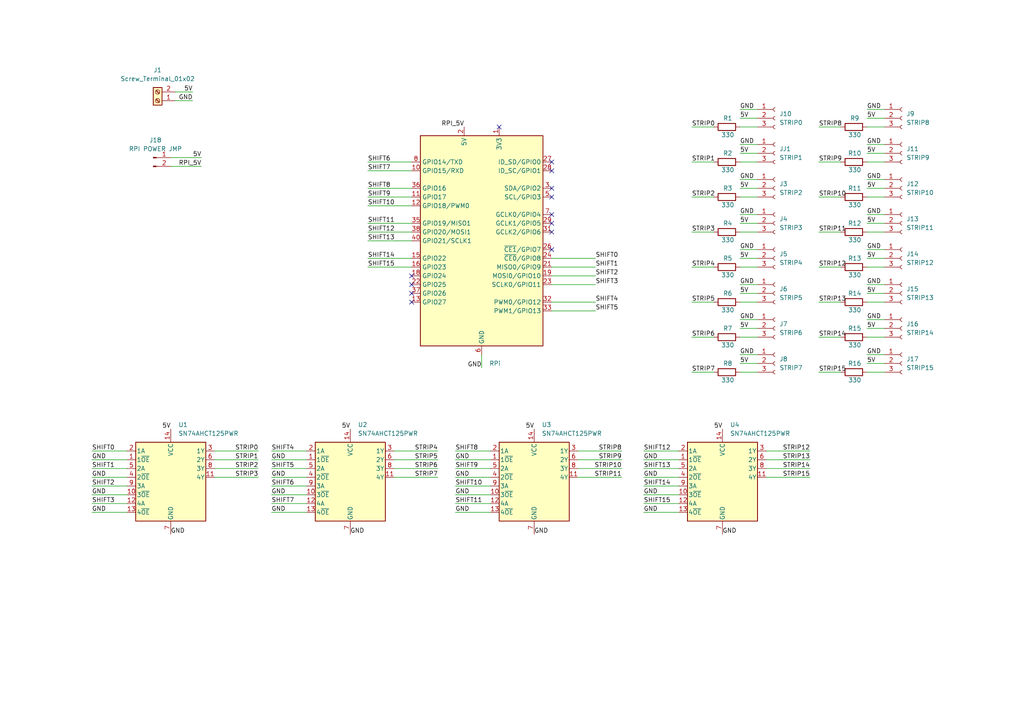
<source format=kicad_sch>
(kicad_sch (version 20231120) (generator "eeschema") (generator_version "8.0")
  (paper "A4")
  (lib_symbols
    (symbol "74hct125:74HCT125" (pin_names (offset 0.254))
      (property "Reference" "U" (at 2.54 15.24 0))
      (property "Value" "74HCT125" (at -5.08 2.54 0))
      (symbol "74HCT125_0_0"
        (pin power_in line (at 0 17.78 270) (length 3.81) (name "VCC") (number "14"))
        (pin power_in line (at 0 -12.7 90) (length 3.81) (name "GND") (number "7"))
      )
      (symbol "74HCT125_0_1"
        (rectangle (start -10.16 13.97) (end 10.16 -8.89) (stroke (width 0.254)) (fill (type background)))
      )
      (symbol "74HCT125_1_1"
        (pin input line (at -12.7 8.89 0) (length 2.54) (name "1~{OE}") (number "1"))
        (pin input line (at -12.7 -1.27 0) (length 2.54) (name "3~{OE}") (number "10"))
        (pin output line (at 12.7 3.81 180) (length 2.54) (name "4Y") (number "11"))
        (pin input line (at -12.7 -3.81 0) (length 2.54) (name "4A") (number "12"))
        (pin input line (at -12.7 -6.35 0) (length 2.54) (name "4~{OE}") (number "13"))
        (pin input line (at -12.7 11.43 0) (length 2.54) (name "1A") (number "2"))
        (pin output line (at 12.7 11.43 180) (length 2.54) (name "1Y") (number "3"))
        (pin input line (at -12.7 3.81 0) (length 2.54) (name "2~{OE}") (number "4"))
        (pin input line (at -12.7 6.35 0) (length 2.54) (name "2A") (number "5"))
        (pin output line (at 12.7 8.89 180) (length 2.54) (name "2Y") (number "6"))
        (pin output line (at 12.7 6.35 180) (length 2.54) (name "3Y") (number "8"))
        (pin input line (at -12.7 1.27 0) (length 2.54) (name "3A") (number "9"))
      )
    )
    (symbol "Connector:Conn_01x02_Pin" (pin_names (offset 1.016) hide)
      (property "Reference" "J" (at 0 2.54 0))
      (property "Value" "Conn_01x02_Pin" (at 0 -5.08 0))
      (symbol "Conn_01x02_Pin_1_1"
        (polyline (pts (xy 1.27 -2.54) (xy 0.8636 -2.54)) (stroke (width 0.1524)))
        (polyline (pts (xy 1.27 0) (xy 0.8636 0)) (stroke (width 0.1524)))
        (rectangle (start 0.8636 -2.413) (end 0 -2.667) (stroke (width 0.1524)) (fill (type outline)))
        (rectangle (start 0.8636 0.127) (end 0 -0.127) (stroke (width 0.1524)) (fill (type outline)))
        (pin passive line (at 5.08 0 180) (length 3.81) (name "Pin_1") (number "1"))
        (pin passive line (at 5.08 -2.54 180) (length 3.81) (name "Pin_2") (number "2"))
      )
    )
    (symbol "Connector:Conn_01x03_Socket" (pin_names (offset 1.016) hide)
      (property "Reference" "J" (at 0 5.08 0))
      (property "Value" "Conn_01x03_Socket" (at 0 -5.08 0))
      (symbol "Conn_01x03_Socket_1_1"
        (arc (start 0 -2.032) (mid -0.5058 -2.54) (end 0 -3.048) (stroke (width 0.1524)))
        (polyline (pts (xy -1.27 -2.54) (xy -0.508 -2.54)) (stroke (width 0.1524)))
        (polyline (pts (xy -1.27 0) (xy -0.508 0)) (stroke (width 0.1524)))
        (polyline (pts (xy -1.27 2.54) (xy -0.508 2.54)) (stroke (width 0.1524)))
        (arc (start 0 0.508) (mid -0.5058 0) (end 0 -0.508) (stroke (width 0.1524)))
        (arc (start 0 3.048) (mid -0.5058 2.54) (end 0 2.032) (stroke (width 0.1524)))
        (pin passive line (at -5.08 2.54 0) (length 3.81) (name "Pin_1") (number "1"))
        (pin passive line (at -5.08 0 0) (length 3.81) (name "Pin_2") (number "2"))
        (pin passive line (at -5.08 -2.54 0) (length 3.81) (name "Pin_3") (number "3"))
      )
    )
    (symbol "Connector:Raspberry_Pi_2_3"
      (property "Reference" "J" (at -17.78 31.75 0))
      (property "Value" "Raspberry_Pi_2_3" (at 10.16 -31.75 0))
      (symbol "Raspberry_Pi_2_3_0_1"
        (rectangle (start -17.78 30.48) (end 17.78 -30.48) (stroke (width 0.254)) (fill (type background)))
      )
      (symbol "Raspberry_Pi_2_3_1_1"
        (pin power_in line (at 5.08 33.02 270) (length 2.54) (name "3V3") (number "1"))
        (pin bidirectional line (at -20.32 20.32 0) (length 2.54) (name "GPIO15/RXD") (number "10"))
        (pin bidirectional line (at -20.32 12.7 0) (length 2.54) (name "GPIO17") (number "11"))
        (pin bidirectional line (at -20.32 10.16 0) (length 2.54) (name "GPIO18/PWM0") (number "12"))
        (pin bidirectional line (at -20.32 -17.78 0) (length 2.54) (name "GPIO27") (number "13"))
        (pin passive line (at 0 -33.02 90) (length 2.54) hide (name "GND") (number "14"))
        (pin bidirectional line (at -20.32 -5.08 0) (length 2.54) (name "GPIO22") (number "15"))
        (pin bidirectional line (at -20.32 -7.62 0) (length 2.54) (name "GPIO23") (number "16"))
        (pin passive line (at 5.08 33.02 270) (length 2.54) hide (name "3V3") (number "17"))
        (pin bidirectional line (at -20.32 -10.16 0) (length 2.54) (name "GPIO24") (number "18"))
        (pin bidirectional line (at 20.32 -10.16 180) (length 2.54) (name "MOSI0/GPIO10") (number "19"))
        (pin power_in line (at -5.08 33.02 270) (length 2.54) (name "5V") (number "2"))
        (pin passive line (at 0 -33.02 90) (length 2.54) hide (name "GND") (number "20"))
        (pin bidirectional line (at 20.32 -7.62 180) (length 2.54) (name "MISO0/GPIO9") (number "21"))
        (pin bidirectional line (at -20.32 -12.7 0) (length 2.54) (name "GPIO25") (number "22"))
        (pin bidirectional line (at 20.32 -12.7 180) (length 2.54) (name "SCLK0/GPIO11") (number "23"))
        (pin bidirectional line (at 20.32 -5.08 180) (length 2.54) (name "~{CE0}/GPIO8") (number "24"))
        (pin passive line (at 0 -33.02 90) (length 2.54) hide (name "GND") (number "25"))
        (pin bidirectional line (at 20.32 -2.54 180) (length 2.54) (name "~{CE1}/GPIO7") (number "26"))
        (pin bidirectional line (at 20.32 22.86 180) (length 2.54) (name "ID_SD/GPIO0") (number "27"))
        (pin bidirectional line (at 20.32 20.32 180) (length 2.54) (name "ID_SC/GPIO1") (number "28"))
        (pin bidirectional line (at 20.32 5.08 180) (length 2.54) (name "GCLK1/GPIO5") (number "29"))
        (pin bidirectional line (at 20.32 15.24 180) (length 2.54) (name "SDA/GPIO2") (number "3"))
        (pin passive line (at 0 -33.02 90) (length 2.54) hide (name "GND") (number "30"))
        (pin bidirectional line (at 20.32 2.54 180) (length 2.54) (name "GCLK2/GPIO6") (number "31"))
        (pin bidirectional line (at 20.32 -17.78 180) (length 2.54) (name "PWM0/GPIO12") (number "32"))
        (pin bidirectional line (at 20.32 -20.32 180) (length 2.54) (name "PWM1/GPIO13") (number "33"))
        (pin passive line (at 0 -33.02 90) (length 2.54) hide (name "GND") (number "34"))
        (pin bidirectional line (at -20.32 5.08 0) (length 2.54) (name "GPIO19/MISO1") (number "35"))
        (pin bidirectional line (at -20.32 15.24 0) (length 2.54) (name "GPIO16") (number "36"))
        (pin bidirectional line (at -20.32 -15.24 0) (length 2.54) (name "GPIO26") (number "37"))
        (pin bidirectional line (at -20.32 2.54 0) (length 2.54) (name "GPIO20/MOSI1") (number "38"))
        (pin passive line (at 0 -33.02 90) (length 2.54) hide (name "GND") (number "39"))
        (pin passive line (at -5.08 33.02 270) (length 2.54) hide (name "5V") (number "4"))
        (pin bidirectional line (at -20.32 0 0) (length 2.54) (name "GPIO21/SCLK1") (number "40"))
        (pin bidirectional line (at 20.32 12.7 180) (length 2.54) (name "SCL/GPIO3") (number "5"))
        (pin power_in line (at 0 -33.02 90) (length 2.54) (name "GND") (number "6"))
        (pin bidirectional line (at 20.32 7.62 180) (length 2.54) (name "GCLK0/GPIO4") (number "7"))
        (pin bidirectional line (at -20.32 22.86 0) (length 2.54) (name "GPIO14/TXD") (number "8"))
        (pin passive line (at 0 -33.02 90) (length 2.54) hide (name "GND") (number "9"))
      )
    )
    (symbol "Connector:Screw_Terminal_01x02" (pin_names (offset 1.016) hide)
      (property "Reference" "J" (at 0 2.54 0))
      (property "Value" "Screw_Terminal_01x02" (at 0 -5.08 0))
      (symbol "Screw_Terminal_01x02_1_1"
        (rectangle (start -1.27 1.27) (end 1.27 -3.81) (stroke (width 0.254)) (fill (type background)))
        (circle (center 0 -2.54) (radius 0.635) (stroke (width 0.1524)))
        (polyline (pts (xy -0.5334 -2.2098) (xy 0.3302 -3.048)) (stroke (width 0.1524)))
        (polyline (pts (xy -0.5334 0.3302) (xy 0.3302 -0.508)) (stroke (width 0.1524)))
        (polyline (pts (xy -0.3556 -2.032) (xy 0.508 -2.8702)) (stroke (width 0.1524)))
        (polyline (pts (xy -0.3556 0.508) (xy 0.508 -0.3302)) (stroke (width 0.1524)))
        (circle (center 0 0) (radius 0.635) (stroke (width 0.1524)))
        (pin passive line (at -5.08 0 0) (length 3.81) (name "Pin_1") (number "1"))
        (pin passive line (at -5.08 -2.54 0) (length 3.81) (name "Pin_2") (number "2"))
      )
    )
    (symbol "Device:R" (pin_numbers hide) (pin_names (offset 0))
      (property "Reference" "R" (at 2.032 0 90))
      (property "Value" "R" (at 0 0 90))
      (symbol "R_0_1"
        (rectangle (start -1.016 -2.54) (end 1.016 2.54) (stroke (width 0.254)))
      )
      (symbol "R_1_1"
        (pin passive line (at 0 3.81 270) (length 1.27) (name "~") (number "1"))
        (pin passive line (at 0 -3.81 90) (length 1.27) (name "~") (number "2"))
      )
    )
  )
  (no_connect (at 160.02 46.99))
  (no_connect (at 160.02 49.53))
  (no_connect (at 119.38 85.09))
  (no_connect (at 160.02 57.15))
  (no_connect (at 144.78 36.83))
  (no_connect (at 119.38 82.55))
  (no_connect (at 160.02 72.39))
  (no_connect (at 160.02 54.61))
  (no_connect (at 160.02 62.23))
  (no_connect (at 119.38 80.01))
  (no_connect (at 160.02 64.77))
  (no_connect (at 160.02 67.31))
  (no_connect (at 119.38 87.63))
  (wire (pts (xy 78.74 133.35) (xy 88.9 133.35)))
  (wire (pts (xy 251.46 41.91) (xy 256.54 41.91)))
  (wire (pts (xy 214.63 95.25) (xy 219.71 95.25)))
  (wire (pts (xy 214.63 44.45) (xy 219.71 44.45)))
  (wire (pts (xy 222.25 130.81) (xy 234.95 130.81)))
  (wire (pts (xy 237.49 87.63) (xy 243.84 87.63)))
  (wire (pts (xy 132.08 135.89) (xy 142.24 135.89)))
  (wire (pts (xy 251.46 77.47) (xy 256.54 77.47)))
  (wire (pts (xy 214.63 52.07) (xy 219.71 52.07)))
  (wire (pts (xy 214.63 82.55) (xy 219.71 82.55)))
  (wire (pts (xy 214.63 36.83) (xy 219.71 36.83)))
  (wire (pts (xy 49.53 48.26) (xy 58.42 48.26)))
  (wire (pts (xy 167.64 130.81) (xy 180.34 130.81)))
  (wire (pts (xy 132.08 133.35) (xy 142.24 133.35)))
  (wire (pts (xy 214.63 31.75) (xy 219.71 31.75)))
  (wire (pts (xy 214.63 92.71) (xy 219.71 92.71)))
  (wire (pts (xy 200.66 46.99) (xy 207.01 46.99)))
  (wire (pts (xy 214.63 102.87) (xy 219.71 102.87)))
  (wire (pts (xy 106.68 59.69) (xy 119.38 59.69)))
  (wire (pts (xy 26.67 140.97) (xy 36.83 140.97)))
  (wire (pts (xy 200.66 57.15) (xy 207.01 57.15)))
  (wire (pts (xy 214.63 34.29) (xy 219.71 34.29)))
  (wire (pts (xy 214.63 41.91) (xy 219.71 41.91)))
  (wire (pts (xy 200.66 107.95) (xy 207.01 107.95)))
  (wire (pts (xy 132.08 146.05) (xy 142.24 146.05)))
  (wire (pts (xy 106.68 54.61) (xy 119.38 54.61)))
  (wire (pts (xy 186.69 135.89) (xy 196.85 135.89)))
  (wire (pts (xy 214.63 107.95) (xy 219.71 107.95)))
  (wire (pts (xy 251.46 82.55) (xy 256.54 82.55)))
  (wire (pts (xy 237.49 97.79) (xy 243.84 97.79)))
  (wire (pts (xy 106.68 64.77) (xy 119.38 64.77)))
  (wire (pts (xy 114.3 138.43) (xy 127 138.43)))
  (wire (pts (xy 237.49 77.47) (xy 243.84 77.47)))
  (wire (pts (xy 222.25 135.89) (xy 234.95 135.89)))
  (wire (pts (xy 251.46 31.75) (xy 256.54 31.75)))
  (wire (pts (xy 237.49 107.95) (xy 243.84 107.95)))
  (wire (pts (xy 50.8 26.67) (xy 55.88 26.67)))
  (wire (pts (xy 186.69 138.43) (xy 196.85 138.43)))
  (wire (pts (xy 78.74 138.43) (xy 88.9 138.43)))
  (wire (pts (xy 251.46 97.79) (xy 256.54 97.79)))
  (wire (pts (xy 251.46 34.29) (xy 256.54 34.29)))
  (wire (pts (xy 132.08 143.51) (xy 142.24 143.51)))
  (wire (pts (xy 251.46 44.45) (xy 256.54 44.45)))
  (wire (pts (xy 186.69 140.97) (xy 196.85 140.97)))
  (wire (pts (xy 132.08 148.59) (xy 142.24 148.59)))
  (wire (pts (xy 26.67 130.81) (xy 36.83 130.81)))
  (wire (pts (xy 160.02 87.63) (xy 172.72 87.63)))
  (wire (pts (xy 78.74 146.05) (xy 88.9 146.05)))
  (wire (pts (xy 78.74 143.51) (xy 88.9 143.51)))
  (wire (pts (xy 186.69 133.35) (xy 196.85 133.35)))
  (wire (pts (xy 251.46 52.07) (xy 256.54 52.07)))
  (wire (pts (xy 251.46 95.25) (xy 256.54 95.25)))
  (wire (pts (xy 214.63 85.09) (xy 219.71 85.09)))
  (wire (pts (xy 251.46 107.95) (xy 256.54 107.95)))
  (wire (pts (xy 251.46 62.23) (xy 256.54 62.23)))
  (wire (pts (xy 200.66 97.79) (xy 207.01 97.79)))
  (wire (pts (xy 237.49 46.99) (xy 243.84 46.99)))
  (wire (pts (xy 26.67 138.43) (xy 36.83 138.43)))
  (wire (pts (xy 160.02 82.55) (xy 172.72 82.55)))
  (wire (pts (xy 62.23 133.35) (xy 74.93 133.35)))
  (wire (pts (xy 251.46 85.09) (xy 256.54 85.09)))
  (wire (pts (xy 214.63 97.79) (xy 219.71 97.79)))
  (wire (pts (xy 167.64 133.35) (xy 180.34 133.35)))
  (wire (pts (xy 214.63 87.63) (xy 219.71 87.63)))
  (wire (pts (xy 251.46 67.31) (xy 256.54 67.31)))
  (wire (pts (xy 160.02 74.93) (xy 172.72 74.93)))
  (wire (pts (xy 106.68 46.99) (xy 119.38 46.99)))
  (wire (pts (xy 186.69 148.59) (xy 196.85 148.59)))
  (wire (pts (xy 132.08 138.43) (xy 142.24 138.43)))
  (wire (pts (xy 214.63 74.93) (xy 219.71 74.93)))
  (wire (pts (xy 160.02 77.47) (xy 172.72 77.47)))
  (wire (pts (xy 214.63 54.61) (xy 219.71 54.61)))
  (wire (pts (xy 214.63 77.47) (xy 219.71 77.47)))
  (wire (pts (xy 62.23 130.81) (xy 74.93 130.81)))
  (wire (pts (xy 167.64 135.89) (xy 180.34 135.89)))
  (wire (pts (xy 251.46 46.99) (xy 256.54 46.99)))
  (wire (pts (xy 251.46 102.87) (xy 256.54 102.87)))
  (wire (pts (xy 106.68 49.53) (xy 119.38 49.53)))
  (wire (pts (xy 106.68 67.31) (xy 119.38 67.31)))
  (wire (pts (xy 167.64 138.43) (xy 180.34 138.43)))
  (wire (pts (xy 26.67 146.05) (xy 36.83 146.05)))
  (wire (pts (xy 200.66 77.47) (xy 207.01 77.47)))
  (wire (pts (xy 251.46 74.93) (xy 256.54 74.93)))
  (wire (pts (xy 200.66 36.83) (xy 207.01 36.83)))
  (wire (pts (xy 106.68 77.47) (xy 119.38 77.47)))
  (wire (pts (xy 214.63 62.23) (xy 219.71 62.23)))
  (wire (pts (xy 26.67 133.35) (xy 36.83 133.35)))
  (wire (pts (xy 251.46 54.61) (xy 256.54 54.61)))
  (wire (pts (xy 106.68 57.15) (xy 119.38 57.15)))
  (wire (pts (xy 49.53 45.72) (xy 58.42 45.72)))
  (wire (pts (xy 106.68 69.85) (xy 119.38 69.85)))
  (wire (pts (xy 237.49 57.15) (xy 243.84 57.15)))
  (wire (pts (xy 237.49 36.83) (xy 243.84 36.83)))
  (wire (pts (xy 222.25 133.35) (xy 234.95 133.35)))
  (wire (pts (xy 132.08 140.97) (xy 142.24 140.97)))
  (wire (pts (xy 251.46 92.71) (xy 256.54 92.71)))
  (wire (pts (xy 186.69 146.05) (xy 196.85 146.05)))
  (wire (pts (xy 62.23 138.43) (xy 74.93 138.43)))
  (wire (pts (xy 251.46 105.41) (xy 256.54 105.41)))
  (wire (pts (xy 214.63 57.15) (xy 219.71 57.15)))
  (wire (pts (xy 200.66 67.31) (xy 207.01 67.31)))
  (wire (pts (xy 251.46 57.15) (xy 256.54 57.15)))
  (wire (pts (xy 251.46 36.83) (xy 256.54 36.83)))
  (wire (pts (xy 251.46 72.39) (xy 256.54 72.39)))
  (wire (pts (xy 26.67 143.51) (xy 36.83 143.51)))
  (wire (pts (xy 62.23 135.89) (xy 74.93 135.89)))
  (wire (pts (xy 160.02 80.01) (xy 172.72 80.01)))
  (wire (pts (xy 26.67 148.59) (xy 36.83 148.59)))
  (wire (pts (xy 251.46 87.63) (xy 256.54 87.63)))
  (wire (pts (xy 214.63 67.31) (xy 219.71 67.31)))
  (wire (pts (xy 78.74 140.97) (xy 88.9 140.97)))
  (wire (pts (xy 222.25 138.43) (xy 234.95 138.43)))
  (wire (pts (xy 78.74 135.89) (xy 88.9 135.89)))
  (wire (pts (xy 114.3 133.35) (xy 127 133.35)))
  (wire (pts (xy 106.68 74.93) (xy 119.38 74.93)))
  (wire (pts (xy 186.69 130.81) (xy 196.85 130.81)))
  (wire (pts (xy 214.63 64.77) (xy 219.71 64.77)))
  (wire (pts (xy 237.49 67.31) (xy 243.84 67.31)))
  (wire (pts (xy 200.66 87.63) (xy 207.01 87.63)))
  (wire (pts (xy 214.63 105.41) (xy 219.71 105.41)))
  (wire (pts (xy 160.02 90.17) (xy 172.72 90.17)))
  (wire (pts (xy 186.69 143.51) (xy 196.85 143.51)))
  (wire (pts (xy 78.74 148.59) (xy 88.9 148.59)))
  (wire (pts (xy 114.3 135.89) (xy 127 135.89)))
  (wire (pts (xy 114.3 130.81) (xy 127 130.81)))
  (wire (pts (xy 214.63 72.39) (xy 219.71 72.39)))
  (wire (pts (xy 139.7 102.87) (xy 139.7 106.68)))
  (wire (pts (xy 50.8 29.21) (xy 55.88 29.21)))
  (wire (pts (xy 78.74 130.81) (xy 88.9 130.81)))
  (wire (pts (xy 26.67 135.89) (xy 36.83 135.89)))
  (wire (pts (xy 251.46 64.77) (xy 256.54 64.77)))
  (wire (pts (xy 132.08 130.81) (xy 142.24 130.81)))
  (wire (pts (xy 214.63 46.99) (xy 219.71 46.99)))
  (label "5V" (at 214.63 54.61 0))
  (label "5V" (at 214.63 85.09 0))
  (label "STRIP6" (at 127 135.89 180))
  (label "GND" (at 186.69 148.59 0))
  (label "STRIP1" (at 74.93 133.35 180))
  (label "5V" (at 251.46 85.09 0))
  (label "5V" (at 251.46 54.61 0))
  (label "5V" (at 58.42 45.72 180))
  (label "5V" (at 209.55 124.46 180))
  (label "GND" (at 78.74 138.43 0))
  (label "STRIP15" (at 234.95 138.43 180))
  (label "GND" (at 251.46 72.39 0))
  (label "GND" (at 78.74 143.51 0))
  (label "SHIFT8" (at 132.08 130.81 0))
  (label "SHIFT1" (at 172.72 77.47 0))
  (label "STRIP9" (at 180.34 133.35 180))
  (label "GND" (at 132.08 148.59 0))
  (label "STRIP15" (at 237.49 107.95 0))
  (label "GND" (at 186.69 133.35 0))
  (label "SHIFT7" (at 78.74 146.05 0))
  (label "STRIP14" (at 234.95 135.89 180))
  (label "GND" (at 49.53 154.94 0))
  (label "GND" (at 251.46 52.07 0))
  (label "SHIFT13" (at 186.69 135.89 0))
  (label "STRIP14" (at 237.49 97.79 0))
  (label "GND" (at 251.46 82.55 0))
  (label "GND" (at 78.74 133.35 0))
  (label "SHIFT15" (at 186.69 146.05 0))
  (label "STRIP2" (at 200.66 57.15 0))
  (label "GND" (at 139.7 106.68 180))
  (label "STRIP4" (at 200.66 77.47 0))
  (label "5V" (at 251.46 64.77 0))
  (label "RPI_5V" (at 58.42 48.26 180))
  (label "GND" (at 132.08 133.35 0))
  (label "STRIP11" (at 180.34 138.43 180))
  (label "SHIFT11" (at 106.68 64.77 0))
  (label "SHIFT13" (at 106.68 69.85 0))
  (label "GND" (at 251.46 92.71 0))
  (label "GND" (at 55.88 29.21 180))
  (label "SHIFT7" (at 106.68 49.53 0))
  (label "GND" (at 251.46 31.75 0))
  (label "STRIP8" (at 180.34 130.81 180))
  (label "GND" (at 26.67 143.51 0))
  (label "GND" (at 214.63 62.23 0))
  (label "STRIP4" (at 127 130.81 180))
  (label "SHIFT5" (at 172.72 90.17 0))
  (label "SHIFT0" (at 172.72 74.93 0))
  (label "SHIFT14" (at 186.69 140.97 0))
  (label "SHIFT10" (at 106.68 59.69 0))
  (label "5V" (at 251.46 95.25 0))
  (label "STRIP6" (at 200.66 97.79 0))
  (label "STRIP0" (at 74.93 130.81 180))
  (label "GND" (at 214.63 102.87 0))
  (label "GND" (at 26.67 138.43 0))
  (label "SHIFT5" (at 78.74 135.89 0))
  (label "GND" (at 186.69 143.51 0))
  (label "GND" (at 132.08 138.43 0))
  (label "GND" (at 251.46 41.91 0))
  (label "GND" (at 186.69 138.43 0))
  (label "SHIFT11" (at 132.08 146.05 0))
  (label "5V" (at 251.46 44.45 0))
  (label "STRIP10" (at 237.49 57.15 0))
  (label "SHIFT2" (at 26.67 140.97 0))
  (label "GND" (at 251.46 62.23 0))
  (label "GND" (at 78.74 148.59 0))
  (label "STRIP1" (at 200.66 46.99 0))
  (label "5V" (at 55.88 26.67 180))
  (label "SHIFT6" (at 78.74 140.97 0))
  (label "5V" (at 214.63 44.45 0))
  (label "SHIFT4" (at 78.74 130.81 0))
  (label "SHIFT3" (at 172.72 82.55 0))
  (label "5V" (at 214.63 34.29 0))
  (label "STRIP12" (at 234.95 130.81 180))
  (label "SHIFT3" (at 26.67 146.05 0))
  (label "STRIP3" (at 200.66 67.31 0))
  (label "SHIFT2" (at 172.72 80.01 0))
  (label "GND" (at 101.6 154.94 0))
  (label "STRIP10" (at 180.34 135.89 180))
  (label "SHIFT0" (at 26.67 130.81 0))
  (label "RPI_5V" (at 134.62 36.83 180))
  (label "GND" (at 214.63 31.75 0))
  (label "SHIFT9" (at 106.68 57.15 0))
  (label "SHIFT8" (at 106.68 54.61 0))
  (label "GND" (at 214.63 92.71 0))
  (label "GND" (at 209.55 154.94 0))
  (label "STRIP5" (at 127 133.35 180))
  (label "GND" (at 214.63 82.55 0))
  (label "5V" (at 214.63 64.77 0))
  (label "5V" (at 214.63 74.93 0))
  (label "STRIP2" (at 74.93 135.89 180))
  (label "5V" (at 251.46 105.41 0))
  (label "SHIFT14" (at 106.68 74.93 0))
  (label "5V" (at 214.63 105.41 0))
  (label "GND" (at 214.63 52.07 0))
  (label "SHIFT9" (at 132.08 135.89 0))
  (label "GND" (at 214.63 41.91 0))
  (label "SHIFT6" (at 106.68 46.99 0))
  (label "SHIFT12" (at 106.68 67.31 0))
  (label "STRIP0" (at 200.66 36.83 0))
  (label "5V" (at 251.46 74.93 0))
  (label "5V" (at 251.46 34.29 0))
  (label "STRIP3" (at 74.93 138.43 180))
  (label "GND" (at 26.67 133.35 0))
  (label "STRIP13" (at 237.49 87.63 0))
  (label "SHIFT1" (at 26.67 135.89 0))
  (label "GND" (at 26.67 148.59 0))
  (label "SHIFT10" (at 132.08 140.97 0))
  (label "GND" (at 214.63 72.39 0))
  (label "SHIFT4" (at 172.72 87.63 0))
  (label "SHIFT15" (at 106.68 77.47 0))
  (label "SHIFT12" (at 186.69 130.81 0))
  (label "STRIP8" (at 237.49 36.83 0))
  (label "STRIP7" (at 127 138.43 180))
  (label "5V" (at 101.6 124.46 180))
  (label "5V" (at 154.94 124.46 180))
  (label "5V" (at 214.63 95.25 0))
  (label "GND" (at 132.08 143.51 0))
  (label "5V" (at 49.53 124.46 180))
  (label "GND" (at 154.94 154.94 0))
  (label "STRIP11" (at 237.49 67.31 0))
  (label "STRIP7" (at 200.66 107.95 0))
  (label "STRIP9" (at 237.49 46.99 0))
  (label "STRIP5" (at 200.66 87.63 0))
  (label "STRIP12" (at 237.49 77.47 0))
  (label "STRIP13" (at 234.95 133.35 180))
  (label "GND" (at 251.46 102.87 0))
  (symbol (lib_id "Device:R") (at 247.65 46.99 90) (unit 1)
    (property "Reference" "R10" (at 247.904 44.45 90))
    (property "Value" "330" (at 247.904 49.276 90))
    (property "Footprint" "Resistor_SMD:R_0805_2012Metric" (effects (hide yes)))
    (property "Description" "Resistor" (effects (hide yes)))
  )
  (symbol (lib_id "Device:R") (at 210.82 36.83 90) (unit 1)
    (property "Reference" "R1" (at 211.074 34.29 90))
    (property "Value" "330" (at 211.074 39.116 90))
    (property "Footprint" "Resistor_SMD:R_0805_2012Metric" (effects (hide yes)))
    (property "Description" "Resistor" (effects (hide yes)))
  )
  (symbol (lib_id "Connector:Conn_01x03_Socket") (at 261.62 105.41 0) (unit 1)
    (property "Reference" "J17" (at 262.89 104.1399 0) (effects (justify left)))
    (property "Value" "STRIP15" (at 262.89 106.6799 0) (effects (justify left)))
    (property "Footprint" "Connector_JST:JST_EH_B3B-EH-A_1x03_P2.50mm_Vertical" (effects (hide yes)))
    (property "Description" "Generic connector, single row, 01x03, script generated" (effects (hide yes)))
  )
  (symbol (lib_id "Device:R") (at 247.65 67.31 90) (unit 1)
    (property "Reference" "R12" (at 247.904 64.77 90))
    (property "Value" "330" (at 247.904 69.596 90))
    (property "Footprint" "Resistor_SMD:R_0805_2012Metric" (effects (hide yes)))
    (property "Description" "Resistor" (effects (hide yes)))
  )
  (symbol (lib_id "Connector:Conn_01x03_Socket") (at 224.79 105.41 0) (unit 1)
    (property "Reference" "J8" (at 226.06 104.1399 0) (effects (justify left)))
    (property "Value" "STRIP7" (at 226.06 106.6799 0) (effects (justify left)))
    (property "Footprint" "Connector_JST:JST_EH_B3B-EH-A_1x03_P2.50mm_Vertical" (effects (hide yes)))
    (property "Description" "Generic connector, single row, 01x03, script generated" (effects (hide yes)))
  )
  (symbol (lib_id "Device:R") (at 210.82 97.79 90) (unit 1)
    (property "Reference" "R7" (at 211.074 95.25 90))
    (property "Value" "330" (at 211.074 100.076 90))
    (property "Footprint" "Resistor_SMD:R_0805_2012Metric" (effects (hide yes)))
    (property "Description" "Resistor" (effects (hide yes)))
  )
  (symbol (lib_id "Connector:Screw_Terminal_01x02") (at 45.72 29.21 180) (unit 1)
    (property "Reference" "J1" (at 45.72 20.32 0))
    (property "Value" "Screw_Terminal_01x02" (at 45.72 22.86 0))
    (property "Footprint" "TerminalBlock_WAGO:TerminalBlock_WAGO_236-102_1x02_P5.00mm_45Degree" (effects (hide yes)))
    (property "Description" "Generic screw terminal, single row, 01x02, script generated (kicad-library-utils/schlib/autogen/connector/)" (effects (hide yes)))
  )
  (symbol (lib_id "Connector:Conn_01x03_Socket") (at 224.79 34.29 0) (unit 1)
    (property "Reference" "J10" (at 226.06 33.0199 0) (effects (justify left)))
    (property "Value" "STRIP0" (at 226.06 35.5599 0) (effects (justify left)))
    (property "Footprint" "Connector_JST:JST_EH_B3B-EH-A_1x03_P2.50mm_Vertical" (effects (hide yes)))
    (property "Description" "Generic connector, single row, 01x03, script generated" (effects (hide yes)))
  )
  (symbol (lib_id "Device:R") (at 210.82 107.95 90) (unit 1)
    (property "Reference" "R8" (at 211.074 105.41 90))
    (property "Value" "330" (at 211.074 110.236 90))
    (property "Footprint" "Resistor_SMD:R_0805_2012Metric" (effects (hide yes)))
    (property "Description" "Resistor" (effects (hide yes)))
  )
  (symbol (lib_id "Device:R") (at 210.82 77.47 90) (unit 1)
    (property "Reference" "R5" (at 211.074 74.93 90))
    (property "Value" "330" (at 211.074 79.756 90))
    (property "Footprint" "Resistor_SMD:R_0805_2012Metric" (effects (hide yes)))
    (property "Description" "Resistor" (effects (hide yes)))
  )
  (symbol (lib_id "Connector:Conn_01x03_Socket") (at 224.79 64.77 0) (unit 1)
    (property "Reference" "J4" (at 226.06 63.4999 0) (effects (justify left)))
    (property "Value" "STRIP3" (at 226.06 66.0399 0) (effects (justify left)))
    (property "Footprint" "Connector_JST:JST_EH_B3B-EH-A_1x03_P2.50mm_Vertical" (effects (hide yes)))
    (property "Description" "Generic connector, single row, 01x03, script generated" (effects (hide yes)))
  )
  (symbol (lib_id "Connector:Conn_01x03_Socket") (at 261.62 44.45 0) (unit 1)
    (property "Reference" "J11" (at 262.89 43.1799 0) (effects (justify left)))
    (property "Value" "STRIP9" (at 262.89 45.7199 0) (effects (justify left)))
    (property "Footprint" "Connector_JST:JST_EH_B3B-EH-A_1x03_P2.50mm_Vertical" (effects (hide yes)))
    (property "Description" "Generic connector, single row, 01x03, script generated" (effects (hide yes)))
  )
  (symbol (lib_id "Connector:Conn_01x02_Pin") (at 44.45 45.72 0) (unit 1)
    (property "Reference" "J18" (at 45.085 40.64 0))
    (property "Value" "RPI POWER JMP" (at 45.085 43.18 0))
    (property "Footprint" "Connector_PinHeader_2.54mm:PinHeader_1x02_P2.54mm_Vertical" (effects (hide yes)))
    (property "Description" "Generic connector, single row, 01x02, script generated" (effects (hide yes)))
  )
  (symbol (lib_id "Device:R") (at 210.82 87.63 90) (unit 1)
    (property "Reference" "R6" (at 211.074 85.09 90))
    (property "Value" "330" (at 211.074 89.916 90))
    (property "Footprint" "Resistor_SMD:R_0805_2012Metric" (effects (hide yes)))
    (property "Description" "Resistor" (effects (hide yes)))
  )
  (symbol (lib_id "74hct125:74HCT125") (at 209.55 142.24 0) (unit 1)
    (property "Reference" "U4" (at 211.7441 123.19 0) (effects (justify left)))
    (property "Value" "SN74AHCT125PWR" (at 211.7441 125.73 0) (effects (justify left)))
    (property "Footprint" "Package_SO:TSSOP-14_4.4x5mm_P0.65mm" (effects (hide yes)))
  )
  (symbol (lib_id "Connector:Conn_01x03_Socket") (at 261.62 54.61 0) (unit 1)
    (property "Reference" "J12" (at 262.89 53.3399 0) (effects (justify left)))
    (property "Value" "STRIP10" (at 262.89 55.8799 0) (effects (justify left)))
    (property "Footprint" "Connector_JST:JST_EH_B3B-EH-A_1x03_P2.50mm_Vertical" (effects (hide yes)))
    (property "Description" "Generic connector, single row, 01x03, script generated" (effects (hide yes)))
  )
  (symbol (lib_id "Device:R") (at 247.65 107.95 90) (unit 1)
    (property "Reference" "R16" (at 247.904 105.41 90))
    (property "Value" "330" (at 247.904 110.236 90))
    (property "Footprint" "Resistor_SMD:R_0805_2012Metric" (effects (hide yes)))
    (property "Description" "Resistor" (effects (hide yes)))
  )
  (symbol (lib_id "Connector:Raspberry_Pi_2_3") (at 139.7 69.85 0) (unit 1)
    (property "Reference" "J2" (effects (hide yes)))
    (property "Value" "RPi" (at 141.8941 105.41 0) (effects (justify left)))
    (property "Footprint" "Connector_PinHeader_2.54mm:PinHeader_2x20_P2.54mm_Vertical" (effects (hide yes)))
    (property "Datasheet" "https://www.raspberrypi.org/documentation/hardware/raspberrypi/schematics/rpi_SCH_3bplus_1p0_reduced.pdf" (effects (hide yes)))
    (property "Description" "expansion header for Raspberry Pi 2 & 3" (effects (hide yes)))
  )
  (symbol (lib_id "74hct125:74HCT125") (at 49.53 142.24 0) (unit 1)
    (property "Reference" "U1" (at 51.7241 123.19 0) (effects (justify left)))
    (property "Value" "SN74AHCT125PWR" (at 51.7241 125.73 0) (effects (justify left)))
    (property "Footprint" "Package_SO:TSSOP-14_4.4x5mm_P0.65mm" (effects (hide yes)))
  )
  (symbol (lib_id "Connector:Conn_01x03_Socket") (at 224.79 44.45 0) (unit 1)
    (property "Reference" "JJ1" (at 226.06 43.1799 0) (effects (justify left)))
    (property "Value" "STRIP1" (at 226.06 45.7199 0) (effects (justify left)))
    (property "Footprint" "Connector_JST:JST_EH_B3B-EH-A_1x03_P2.50mm_Vertical" (effects (hide yes)))
    (property "Description" "Generic connector, single row, 01x03, script generated" (effects (hide yes)))
  )
  (symbol (lib_id "Connector:Conn_01x03_Socket") (at 224.79 95.25 0) (unit 1)
    (property "Reference" "J7" (at 226.06 93.9799 0) (effects (justify left)))
    (property "Value" "STRIP6" (at 226.06 96.5199 0) (effects (justify left)))
    (property "Footprint" "Connector_JST:JST_EH_B3B-EH-A_1x03_P2.50mm_Vertical" (effects (hide yes)))
    (property "Description" "Generic connector, single row, 01x03, script generated" (effects (hide yes)))
  )
  (symbol (lib_id "Device:R") (at 247.65 36.83 90) (unit 1)
    (property "Reference" "R9" (at 247.904 34.29 90))
    (property "Value" "330" (at 247.904 39.116 90))
    (property "Footprint" "Resistor_SMD:R_0805_2012Metric" (effects (hide yes)))
    (property "Description" "Resistor" (effects (hide yes)))
  )
  (symbol (lib_id "Device:R") (at 247.65 77.47 90) (unit 1)
    (property "Reference" "R13" (at 247.904 74.93 90))
    (property "Value" "330" (at 247.904 79.756 90))
    (property "Footprint" "Resistor_SMD:R_0805_2012Metric" (effects (hide yes)))
    (property "Description" "Resistor" (effects (hide yes)))
  )
  (symbol (lib_id "Device:R") (at 247.65 87.63 90) (unit 1)
    (property "Reference" "R14" (at 247.904 85.09 90))
    (property "Value" "330" (at 247.904 89.916 90))
    (property "Footprint" "Resistor_SMD:R_0805_2012Metric" (effects (hide yes)))
    (property "Description" "Resistor" (effects (hide yes)))
  )
  (symbol (lib_id "Connector:Conn_01x03_Socket") (at 261.62 64.77 0) (unit 1)
    (property "Reference" "J13" (at 262.89 63.4999 0) (effects (justify left)))
    (property "Value" "STRIP11" (at 262.89 66.0399 0) (effects (justify left)))
    (property "Footprint" "Connector_JST:JST_EH_B3B-EH-A_1x03_P2.50mm_Vertical" (effects (hide yes)))
    (property "Description" "Generic connector, single row, 01x03, script generated" (effects (hide yes)))
  )
  (symbol (lib_id "Connector:Conn_01x03_Socket") (at 261.62 74.93 0) (unit 1)
    (property "Reference" "J14" (at 262.89 73.6599 0) (effects (justify left)))
    (property "Value" "STRIP12" (at 262.89 76.1999 0) (effects (justify left)))
    (property "Footprint" "Connector_JST:JST_EH_B3B-EH-A_1x03_P2.50mm_Vertical" (effects (hide yes)))
    (property "Description" "Generic connector, single row, 01x03, script generated" (effects (hide yes)))
  )
  (symbol (lib_id "Device:R") (at 210.82 57.15 90) (unit 1)
    (property "Reference" "R3" (at 211.074 54.61 90))
    (property "Value" "330" (at 211.074 59.436 90))
    (property "Footprint" "Resistor_SMD:R_0805_2012Metric" (effects (hide yes)))
    (property "Description" "Resistor" (effects (hide yes)))
  )
  (symbol (lib_id "Connector:Conn_01x03_Socket") (at 224.79 74.93 0) (unit 1)
    (property "Reference" "J5" (at 226.06 73.6599 0) (effects (justify left)))
    (property "Value" "STRIP4" (at 226.06 76.1999 0) (effects (justify left)))
    (property "Footprint" "Connector_JST:JST_EH_B3B-EH-A_1x03_P2.50mm_Vertical" (effects (hide yes)))
    (property "Description" "Generic connector, single row, 01x03, script generated" (effects (hide yes)))
  )
  (symbol (lib_id "Connector:Conn_01x03_Socket") (at 224.79 54.61 0) (unit 1)
    (property "Reference" "J3" (at 226.06 53.3399 0) (effects (justify left)))
    (property "Value" "STRIP2" (at 226.06 55.8799 0) (effects (justify left)))
    (property "Footprint" "Connector_JST:JST_EH_B3B-EH-A_1x03_P2.50mm_Vertical" (effects (hide yes)))
    (property "Description" "Generic connector, single row, 01x03, script generated" (effects (hide yes)))
  )
  (symbol (lib_id "74hct125:74HCT125") (at 101.6 142.24 0) (unit 1)
    (property "Reference" "U2" (at 103.7941 123.19 0) (effects (justify left)))
    (property "Value" "SN74AHCT125PWR" (at 103.7941 125.73 0) (effects (justify left)))
    (property "Footprint" "Package_SO:TSSOP-14_4.4x5mm_P0.65mm" (effects (hide yes)))
  )
  (symbol (lib_id "Connector:Conn_01x03_Socket") (at 261.62 34.29 0) (unit 1)
    (property "Reference" "J9" (at 262.89 33.0199 0) (effects (justify left)))
    (property "Value" "STRIP8" (at 262.89 35.5599 0) (effects (justify left)))
    (property "Footprint" "Connector_JST:JST_EH_B3B-EH-A_1x03_P2.50mm_Vertical" (effects (hide yes)))
    (property "Description" "Generic connector, single row, 01x03, script generated" (effects (hide yes)))
  )
  (symbol (lib_id "Connector:Conn_01x03_Socket") (at 224.79 85.09 0) (unit 1)
    (property "Reference" "J6" (at 226.06 83.8199 0) (effects (justify left)))
    (property "Value" "STRIP5" (at 226.06 86.3599 0) (effects (justify left)))
    (property "Footprint" "Connector_JST:JST_EH_B3B-EH-A_1x03_P2.50mm_Vertical" (effects (hide yes)))
    (property "Description" "Generic connector, single row, 01x03, script generated" (effects (hide yes)))
  )
  (symbol (lib_id "Device:R") (at 210.82 67.31 90) (unit 1)
    (property "Reference" "R4" (at 211.074 64.77 90))
    (property "Value" "330" (at 211.074 69.596 90))
    (property "Footprint" "Resistor_SMD:R_0805_2012Metric" (effects (hide yes)))
    (property "Description" "Resistor" (effects (hide yes)))
  )
  (symbol (lib_id "74hct125:74HCT125") (at 154.94 142.24 0) (unit 1)
    (property "Reference" "U3" (at 157.1341 123.19 0) (effects (justify left)))
    (property "Value" "SN74AHCT125PWR" (at 157.1341 125.73 0) (effects (justify left)))
    (property "Footprint" "Package_SO:TSSOP-14_4.4x5mm_P0.65mm" (effects (hide yes)))
  )
  (symbol (lib_id "Device:R") (at 247.65 97.79 90) (unit 1)
    (property "Reference" "R15" (at 247.904 95.25 90))
    (property "Value" "330" (at 247.904 100.076 90))
    (property "Footprint" "Resistor_SMD:R_0805_2012Metric" (effects (hide yes)))
    (property "Description" "Resistor" (effects (hide yes)))
  )
  (symbol (lib_id "Device:R") (at 247.65 57.15 90) (unit 1)
    (property "Reference" "R11" (at 247.904 54.61 90))
    (property "Value" "330" (at 247.904 59.436 90))
    (property "Footprint" "Resistor_SMD:R_0805_2012Metric" (effects (hide yes)))
    (property "Description" "Resistor" (effects (hide yes)))
  )
  (symbol (lib_id "Connector:Conn_01x03_Socket") (at 261.62 85.09 0) (unit 1)
    (property "Reference" "J15" (at 262.89 83.8199 0) (effects (justify left)))
    (property "Value" "STRIP13" (at 262.89 86.3599 0) (effects (justify left)))
    (property "Footprint" "Connector_JST:JST_EH_B3B-EH-A_1x03_P2.50mm_Vertical" (effects (hide yes)))
    (property "Description" "Generic connector, single row, 01x03, script generated" (effects (hide yes)))
  )
  (symbol (lib_id "Connector:Conn_01x03_Socket") (at 261.62 95.25 0) (unit 1)
    (property "Reference" "J16" (at 262.89 93.9799 0) (effects (justify left)))
    (property "Value" "STRIP14" (at 262.89 96.5199 0) (effects (justify left)))
    (property "Footprint" "Connector_JST:JST_EH_B3B-EH-A_1x03_P2.50mm_Vertical" (effects (hide yes)))
    (property "Description" "Generic connector, single row, 01x03, script generated" (effects (hide yes)))
  )
  (symbol (lib_id "Device:R") (at 210.82 46.99 90) (unit 1)
    (property "Reference" "R2" (at 211.074 44.45 90))
    (property "Value" "330" (at 211.074 49.276 90))
    (property "Footprint" "Resistor_SMD:R_0805_2012Metric" (effects (hide yes)))
    (property "Description" "Resistor" (effects (hide yes)))
  )
)
</source>
